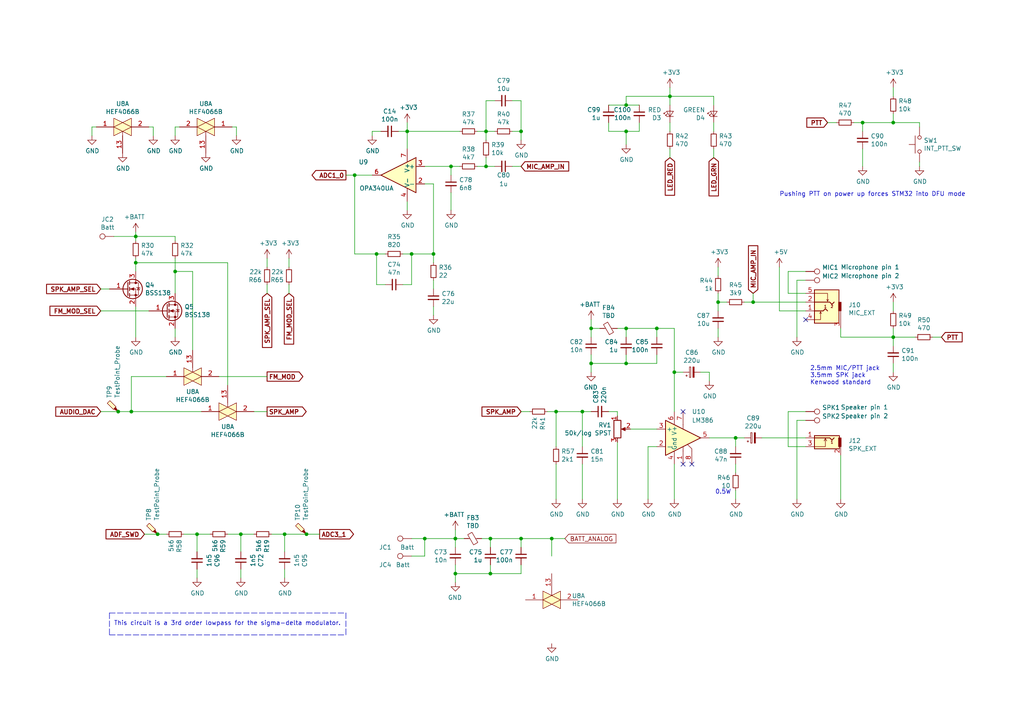
<source format=kicad_sch>
(kicad_sch (version 20211123) (generator eeschema)
  (paper "A4")
  (title_block (title "Audio") (comment 3 "Author: DB9MAT Mathis, SO3ALG Nikoloz, SP5WWP Wojciech") (comment 4 "TR-9 Open Source Digital Radio"))
  (junction (at 171.45 95.25))
  (junction (at 69.85 154.94))
  (junction (at 50.8 78.74))
  (junction (at 218.44 87.63))
  (junction (at 160.02 156.21))
  (junction (at 45.72 154.94))
  (junction (at 190.5 95.25))
  (junction (at 88.9 154.94))
  (junction (at 140.97 48.26))
  (junction (at 259.08 35.56))
  (junction (at 194.31 27.94))
  (junction (at 132.08 156.21))
  (junction (at 39.37 68.58))
  (junction (at 151.13 156.21))
  (junction (at 132.08 166.37))
  (junction (at 38.1 119.38))
  (junction (at 151.13 38.1))
  (junction (at 181.61 95.25))
  (junction (at 250.19 35.56))
  (junction (at 213.36 127))
  (junction (at 181.61 38.1))
  (junction (at 34.29 119.38))
  (junction (at 181.61 30.48))
  (junction (at 142.24 156.21))
  (junction (at 140.97 38.1))
  (junction (at 259.08 97.79))
  (junction (at 161.29 119.38))
  (junction (at 142.24 166.37))
  (junction (at 171.45 105.41))
  (junction (at 123.19 156.21))
  (junction (at 39.37 76.2))
  (junction (at 208.28 87.63))
  (junction (at 125.73 73.66))
  (junction (at 119.38 73.66))
  (junction (at 82.55 154.94))
  (junction (at 109.22 73.66))
  (junction (at 195.58 107.95))
  (junction (at 57.15 154.94))
  (junction (at 181.61 105.41))
  (junction (at 118.11 38.1))
  (junction (at 102.87 50.8))
  (junction (at 168.91 119.38))
  (junction (at 130.81 48.26))
  (no_connect (at 198.12 134.62))
  (no_connect (at 198.12 119.38))
  (no_connect (at 200.66 134.62))
  (no_connect (at 233.68 92.71))
  (wire (pts (xy 77.47 82.55) (xy 77.47 85.09)))
  (wire (pts (xy 57.15 165.1) (xy 57.15 167.64)))
  (wire (pts (xy 259.08 35.56) (xy 266.7 35.56)))
  (wire (pts (xy 138.43 38.1) (xy 140.97 38.1)))
  (wire (pts (xy 243.84 95.25) (xy 243.84 97.79)))
  (wire (pts (xy 39.37 76.2) (xy 39.37 74.93)))
  (wire (pts (xy 158.75 119.38) (xy 161.29 119.38)))
  (wire (pts (xy 123.19 53.34) (xy 125.73 53.34)))
  (wire (pts (xy 140.97 38.1) (xy 140.97 40.64)))
  (wire (pts (xy 195.58 107.95) (xy 198.12 107.95)))
  (wire (pts (xy 187.96 129.54) (xy 187.96 144.78)))
  (wire (pts (xy 132.08 166.37) (xy 132.08 168.91)))
  (wire (pts (xy 43.18 90.17) (xy 29.21 90.17)))
  (wire (pts (xy 181.61 95.25) (xy 190.5 95.25)))
  (wire (pts (xy 220.98 127) (xy 233.68 127)))
  (wire (pts (xy 194.31 27.94) (xy 207.01 27.94)))
  (wire (pts (xy 213.36 142.24) (xy 213.36 144.78)))
  (wire (pts (xy 151.13 119.38) (xy 153.67 119.38)))
  (wire (pts (xy 57.15 154.94) (xy 60.96 154.94)))
  (wire (pts (xy 82.55 154.94) (xy 82.55 160.02)))
  (wire (pts (xy 231.14 81.28) (xy 231.14 97.79)))
  (wire (pts (xy 205.74 127) (xy 213.36 127)))
  (wire (pts (xy 179.07 128.27) (xy 179.07 144.78)))
  (wire (pts (xy 39.37 69.85) (xy 39.37 68.58)))
  (wire (pts (xy 50.8 97.79) (xy 50.8 95.25)))
  (wire (pts (xy 228.6 85.09) (xy 233.68 85.09)))
  (wire (pts (xy 142.24 166.37) (xy 132.08 166.37)))
  (wire (pts (xy 194.31 25.4) (xy 194.31 27.94)))
  (wire (pts (xy 38.1 119.38) (xy 58.42 119.38)))
  (wire (pts (xy 194.31 35.56) (xy 194.31 38.1)))
  (wire (pts (xy 39.37 78.74) (xy 39.37 76.2)))
  (wire (pts (xy 133.35 38.1) (xy 118.11 38.1)))
  (wire (pts (xy 208.28 87.63) (xy 208.28 90.17)))
  (polyline (pts (xy 31.75 184.15) (xy 100.33 184.15)))
  (wire (pts (xy 107.95 38.1) (xy 107.95 39.37)))
  (wire (pts (xy 160.02 156.21) (xy 160.02 161.29)))
  (wire (pts (xy 78.74 154.94) (xy 82.55 154.94)))
  (wire (pts (xy 148.59 48.26) (xy 151.13 48.26)))
  (wire (pts (xy 50.8 68.58) (xy 50.8 69.85)))
  (wire (pts (xy 181.61 41.91) (xy 181.61 38.1)))
  (wire (pts (xy 228.6 78.74) (xy 233.68 78.74)))
  (wire (pts (xy 119.38 82.55) (xy 119.38 73.66)))
  (wire (pts (xy 243.84 97.79) (xy 259.08 97.79)))
  (wire (pts (xy 50.8 39.37) (xy 50.8 36.83)))
  (wire (pts (xy 168.91 119.38) (xy 168.91 129.54)))
  (wire (pts (xy 83.82 77.47) (xy 83.82 74.93)))
  (wire (pts (xy 26.67 39.37) (xy 26.67 36.83)))
  (wire (pts (xy 259.08 35.56) (xy 259.08 33.02)))
  (wire (pts (xy 213.36 134.62) (xy 213.36 137.16)))
  (wire (pts (xy 207.01 43.18) (xy 207.01 45.72)))
  (wire (pts (xy 168.91 134.62) (xy 168.91 144.78)))
  (wire (pts (xy 45.72 154.94) (xy 48.26 154.94)))
  (wire (pts (xy 118.11 38.1) (xy 118.11 43.18)))
  (wire (pts (xy 151.13 156.21) (xy 151.13 158.75)))
  (wire (pts (xy 190.5 102.87) (xy 190.5 105.41)))
  (wire (pts (xy 142.24 156.21) (xy 142.24 158.75)))
  (wire (pts (xy 181.61 38.1) (xy 176.53 38.1)))
  (wire (pts (xy 190.5 95.25) (xy 195.58 95.25)))
  (polyline (pts (xy 100.33 177.8) (xy 100.33 184.15)))
  (wire (pts (xy 43.18 36.83) (xy 44.45 36.83)))
  (wire (pts (xy 194.31 27.94) (xy 194.31 30.48)))
  (wire (pts (xy 207.01 27.94) (xy 207.01 30.48)))
  (wire (pts (xy 39.37 68.58) (xy 50.8 68.58)))
  (wire (pts (xy 266.7 46.99) (xy 266.7 48.26)))
  (wire (pts (xy 151.13 38.1) (xy 151.13 40.64)))
  (wire (pts (xy 161.29 119.38) (xy 168.91 119.38)))
  (wire (pts (xy 116.84 73.66) (xy 119.38 73.66)))
  (wire (pts (xy 125.73 73.66) (xy 125.73 76.2)))
  (wire (pts (xy 176.53 30.48) (xy 181.61 30.48)))
  (wire (pts (xy 57.15 154.94) (xy 57.15 160.02)))
  (wire (pts (xy 259.08 87.63) (xy 259.08 90.17)))
  (polyline (pts (xy 31.75 177.8) (xy 31.75 184.15)))
  (wire (pts (xy 176.53 119.38) (xy 179.07 119.38)))
  (wire (pts (xy 190.5 105.41) (xy 181.61 105.41)))
  (wire (pts (xy 69.85 154.94) (xy 73.66 154.94)))
  (wire (pts (xy 39.37 68.58) (xy 39.37 67.31)))
  (wire (pts (xy 118.11 58.42) (xy 118.11 60.96)))
  (wire (pts (xy 118.11 38.1) (xy 118.11 35.56)))
  (wire (pts (xy 132.08 156.21) (xy 132.08 153.67)))
  (wire (pts (xy 77.47 109.22) (xy 63.5 109.22)))
  (wire (pts (xy 143.51 29.21) (xy 140.97 29.21)))
  (wire (pts (xy 143.51 38.1) (xy 140.97 38.1)))
  (wire (pts (xy 243.84 132.08) (xy 243.84 144.78)))
  (wire (pts (xy 233.68 121.92) (xy 231.14 121.92)))
  (wire (pts (xy 208.28 85.09) (xy 208.28 87.63)))
  (wire (pts (xy 109.22 82.55) (xy 109.22 73.66)))
  (wire (pts (xy 138.43 48.26) (xy 140.97 48.26)))
  (wire (pts (xy 259.08 97.79) (xy 265.43 97.79)))
  (wire (pts (xy 29.21 119.38) (xy 34.29 119.38)))
  (wire (pts (xy 130.81 55.88) (xy 130.81 60.96)))
  (wire (pts (xy 142.24 156.21) (xy 151.13 156.21)))
  (wire (pts (xy 151.13 156.21) (xy 160.02 156.21)))
  (wire (pts (xy 140.97 48.26) (xy 140.97 45.72)))
  (wire (pts (xy 140.97 29.21) (xy 140.97 38.1)))
  (wire (pts (xy 132.08 156.21) (xy 132.08 158.75)))
  (wire (pts (xy 38.1 109.22) (xy 38.1 119.38)))
  (wire (pts (xy 134.62 156.21) (xy 132.08 156.21)))
  (wire (pts (xy 226.06 90.17) (xy 226.06 77.47)))
  (wire (pts (xy 228.6 129.54) (xy 228.6 119.38)))
  (wire (pts (xy 171.45 95.25) (xy 171.45 97.79)))
  (wire (pts (xy 130.81 48.26) (xy 133.35 48.26)))
  (wire (pts (xy 171.45 105.41) (xy 171.45 107.95)))
  (wire (pts (xy 194.31 27.94) (xy 181.61 27.94)))
  (wire (pts (xy 218.44 87.63) (xy 215.9 87.63)))
  (wire (pts (xy 130.81 48.26) (xy 130.81 50.8)))
  (wire (pts (xy 176.53 38.1) (xy 176.53 35.56)))
  (wire (pts (xy 161.29 134.62) (xy 161.29 144.78)))
  (wire (pts (xy 179.07 95.25) (xy 181.61 95.25)))
  (wire (pts (xy 195.58 95.25) (xy 195.58 107.95)))
  (wire (pts (xy 208.28 77.47) (xy 208.28 80.01)))
  (wire (pts (xy 171.45 95.25) (xy 171.45 92.71)))
  (wire (pts (xy 119.38 156.21) (xy 123.19 156.21)))
  (wire (pts (xy 203.2 107.95) (xy 205.74 107.95)))
  (wire (pts (xy 140.97 48.26) (xy 143.51 48.26)))
  (wire (pts (xy 195.58 107.95) (xy 195.58 119.38)))
  (wire (pts (xy 139.7 156.21) (xy 142.24 156.21)))
  (wire (pts (xy 67.31 36.83) (xy 68.58 36.83)))
  (wire (pts (xy 208.28 95.25) (xy 208.28 97.79)))
  (wire (pts (xy 250.19 35.56) (xy 250.19 38.1)))
  (wire (pts (xy 69.85 165.1) (xy 69.85 167.64)))
  (wire (pts (xy 41.91 154.94) (xy 45.72 154.94)))
  (wire (pts (xy 50.8 74.93) (xy 50.8 78.74)))
  (wire (pts (xy 182.88 124.46) (xy 190.5 124.46)))
  (wire (pts (xy 233.68 81.28) (xy 231.14 81.28)))
  (wire (pts (xy 55.88 78.74) (xy 50.8 78.74)))
  (wire (pts (xy 259.08 105.41) (xy 259.08 107.95)))
  (wire (pts (xy 123.19 48.26) (xy 130.81 48.26)))
  (wire (pts (xy 208.28 87.63) (xy 210.82 87.63)))
  (wire (pts (xy 53.34 154.94) (xy 57.15 154.94)))
  (wire (pts (xy 228.6 119.38) (xy 233.68 119.38)))
  (wire (pts (xy 213.36 127) (xy 213.36 129.54)))
  (wire (pts (xy 100.33 50.8) (xy 102.87 50.8)))
  (wire (pts (xy 226.06 90.17) (xy 233.68 90.17)))
  (wire (pts (xy 50.8 36.83) (xy 52.07 36.83)))
  (wire (pts (xy 190.5 95.25) (xy 190.5 97.79)))
  (wire (pts (xy 151.13 38.1) (xy 148.59 38.1)))
  (wire (pts (xy 102.87 73.66) (xy 109.22 73.66)))
  (wire (pts (xy 205.74 107.95) (xy 205.74 110.49)))
  (wire (pts (xy 181.61 95.25) (xy 181.61 97.79)))
  (wire (pts (xy 125.73 81.28) (xy 125.73 83.82)))
  (wire (pts (xy 151.13 163.83) (xy 151.13 166.37)))
  (wire (pts (xy 125.73 53.34) (xy 125.73 73.66)))
  (wire (pts (xy 242.57 35.56) (xy 240.03 35.56)))
  (wire (pts (xy 151.13 29.21) (xy 151.13 38.1)))
  (wire (pts (xy 215.9 127) (xy 213.36 127)))
  (wire (pts (xy 55.88 78.74) (xy 55.88 101.6)))
  (polyline (pts (xy 31.75 177.8) (xy 100.33 177.8)))
  (wire (pts (xy 66.04 154.94) (xy 69.85 154.94)))
  (wire (pts (xy 39.37 68.58) (xy 33.02 68.58)))
  (wire (pts (xy 171.45 105.41) (xy 171.45 102.87)))
  (wire (pts (xy 102.87 50.8) (xy 102.87 73.66)))
  (wire (pts (xy 194.31 43.18) (xy 194.31 45.72)))
  (wire (pts (xy 69.85 154.94) (xy 69.85 160.02)))
  (wire (pts (xy 259.08 35.56) (xy 250.19 35.56)))
  (wire (pts (xy 185.42 35.56) (xy 185.42 38.1)))
  (wire (pts (xy 68.58 36.83) (xy 68.58 39.37)))
  (wire (pts (xy 190.5 129.54) (xy 187.96 129.54)))
  (wire (pts (xy 77.47 74.93) (xy 77.47 77.47)))
  (wire (pts (xy 181.61 105.41) (xy 171.45 105.41)))
  (wire (pts (xy 107.95 50.8) (xy 102.87 50.8)))
  (wire (pts (xy 231.14 121.92) (xy 231.14 144.78)))
  (wire (pts (xy 83.82 85.09) (xy 83.82 82.55)))
  (wire (pts (xy 259.08 97.79) (xy 259.08 100.33)))
  (wire (pts (xy 50.8 78.74) (xy 50.8 85.09)))
  (wire (pts (xy 259.08 25.4) (xy 259.08 27.94)))
  (wire (pts (xy 142.24 166.37) (xy 142.24 163.83)))
  (wire (pts (xy 207.01 35.56) (xy 207.01 38.1)))
  (wire (pts (xy 218.44 87.63) (xy 233.68 87.63)))
  (wire (pts (xy 82.55 165.1) (xy 82.55 167.64)))
  (wire (pts (xy 181.61 105.41) (xy 181.61 102.87)))
  (wire (pts (xy 171.45 119.38) (xy 168.91 119.38)))
  (wire (pts (xy 218.44 87.63) (xy 218.44 85.09)))
  (wire (pts (xy 123.19 161.29) (xy 123.19 156.21)))
  (wire (pts (xy 44.45 36.83) (xy 44.45 39.37)))
  (wire (pts (xy 123.19 156.21) (xy 132.08 156.21)))
  (wire (pts (xy 39.37 76.2) (xy 66.04 76.2)))
  (wire (pts (xy 250.19 43.18) (xy 250.19 48.26)))
  (wire (pts (xy 195.58 134.62) (xy 195.58 144.78)))
  (wire (pts (xy 82.55 154.94) (xy 88.9 154.94)))
  (wire (pts (xy 66.04 76.2) (xy 66.04 111.76)))
  (wire (pts (xy 88.9 154.94) (xy 92.71 154.94)))
  (wire (pts (xy 39.37 97.79) (xy 39.37 88.9)))
  (wire (pts (xy 132.08 166.37) (xy 132.08 163.83)))
  (wire (pts (xy 266.7 36.83) (xy 266.7 35.56)))
  (wire (pts (xy 34.29 119.38) (xy 38.1 119.38)))
  (wire (pts (xy 77.47 119.38) (xy 73.66 119.38)))
  (wire (pts (xy 179.07 120.65) (xy 179.07 119.38)))
  (wire (pts (xy 111.76 82.55) (xy 109.22 82.55)))
  (wire (pts (xy 185.42 38.1) (xy 181.61 38.1)))
  (wire (pts (xy 110.49 38.1) (xy 107.95 38.1)))
  (wire (pts (xy 151.13 166.37) (xy 142.24 166.37)))
  (wire (pts (xy 233.68 129.54) (xy 228.6 129.54)))
  (wire (pts (xy 125.73 88.9) (xy 125.73 91.44)))
  (wire (pts (xy 115.57 38.1) (xy 118.11 38.1)))
  (wire (pts (xy 148.59 29.21) (xy 151.13 29.21)))
  (wire (pts (xy 270.51 97.79) (xy 273.05 97.79)))
  (wire (pts (xy 116.84 82.55) (xy 119.38 82.55)))
  (wire (pts (xy 119.38 161.29) (xy 123.19 161.29)))
  (wire (pts (xy 259.08 95.25) (xy 259.08 97.79)))
  (wire (pts (xy 173.99 95.25) (xy 171.45 95.25)))
  (wire (pts (xy 228.6 85.09) (xy 228.6 78.74)))
  (wire (pts (xy 38.1 109.22) (xy 48.26 109.22)))
  (wire (pts (xy 31.75 83.82) (xy 29.21 83.82)))
  (wire (pts (xy 163.83 156.21) (xy 160.02 156.21)))
  (wire (pts (xy 181.61 27.94) (xy 181.61 30.48)))
  (wire (pts (xy 161.29 119.38) (xy 161.29 129.54)))
  (wire (pts (xy 26.67 36.83) (xy 27.94 36.83)))
  (wire (pts (xy 181.61 30.48) (xy 185.42 30.48)))
  (wire (pts (xy 119.38 73.66) (xy 125.73 73.66)))
  (wire (pts (xy 109.22 73.66) (xy 111.76 73.66)))
  (wire (pts (xy 247.65 35.56) (xy 250.19 35.56)))
  (text "This circuit is a 3rd order lowpass for the sigma-delta modulator." (at 33.02 181.61 0) (effects (font (size 1.27 1.27)) (justify left bottom)))
  (text "2.5mm MIC/PTT jack\n3.5mm SPK jack\nKenwood standard" (at 234.95 111.76 0) (effects (font (size 1.27 1.27)) (justify left bottom)))
  (text "Pushing PTT on power up forces STM32 into DFU mode" (at 226.06 57.15 0) (effects (font (size 1.27 1.27)) (justify left bottom)))
  (text "0.5W" (at 212.09 143.51 180) (effects (font (size 1.27 1.27)) (justify right bottom)))
  (global_label "LED_GRN" (shape input) (at 207.01 45.72 270) (effects (font (thickness 0.254) bold)) (property "Intersheet References" "${INTERSHEET_REFS}" (effects hide)))
  (global_label "SPK_AMP" (shape output) (at 77.47 119.38 0) (effects (font (thickness 0.254) bold)) (property "Intersheet References" "${INTERSHEET_REFS}" (effects hide)))
  (global_label "BATT_ANALOG" (shape input) (at 163.83 156.21 0) (property "Intersheet References" "${INTERSHEET_REFS}" (effects hide)))
  (global_label "SPK_AMP" (shape input) (at 151.13 119.38 180) (effects (font (thickness 0.254) bold)) (property "Intersheet References" "${INTERSHEET_REFS}" (effects hide)))
  (global_label "ADF_SWD" (shape input) (at 41.91 154.94 180) (effects (font (thickness 0.254) bold)) (property "Intersheet References" "${INTERSHEET_REFS}" (effects hide)))
  (global_label "FM_MOD_SEL" (shape input) (at 29.21 90.17 180) (effects (font (thickness 0.254) bold)) (property "Intersheet References" "${INTERSHEET_REFS}" (effects hide)))
  (global_label "PTT" (shape input) (at 273.05 97.79 0) (effects (font (thickness 0.254) bold)) (property "Intersheet References" "${INTERSHEET_REFS}" (effects hide)))
  (global_label "MIC_AMP_IN" (shape input) (at 151.13 48.26 0) (effects (font (thickness 0.254) bold)) (property "Intersheet References" "${INTERSHEET_REFS}" (effects hide)))
  (global_label "FM_MOD_SEL" (shape input) (at 83.82 85.09 270) (effects (font (thickness 0.254) bold)) (property "Intersheet References" "${INTERSHEET_REFS}" (effects hide)))
  (global_label "FM_MOD" (shape output) (at 77.47 109.22 0) (effects (font (thickness 0.254) bold)) (property "Intersheet References" "${INTERSHEET_REFS}" (effects hide)))
  (global_label "AUDIO_DAC" (shape input) (at 29.21 119.38 180) (effects (font (thickness 0.254) bold)) (property "Intersheet References" "${INTERSHEET_REFS}" (effects hide)))
  (global_label "LED_RED" (shape input) (at 194.31 45.72 270) (effects (font (thickness 0.254) bold)) (property "Intersheet References" "${INTERSHEET_REFS}" (effects hide)))
  (global_label "ADC3_1" (shape output) (at 92.71 154.94 0) (effects (font (thickness 0.254) bold)) (property "Intersheet References" "${INTERSHEET_REFS}" (effects hide)))
  (global_label "PTT" (shape input) (at 240.03 35.56 180) (effects (font (thickness 0.254) bold)) (property "Intersheet References" "${INTERSHEET_REFS}" (effects hide)))
  (global_label "SPK_AMP_SEL" (shape input) (at 77.47 85.09 270) (effects (font (thickness 0.254) bold)) (property "Intersheet References" "${INTERSHEET_REFS}" (effects hide)))
  (global_label "SPK_AMP_SEL" (shape input) (at 29.21 83.82 180) (effects (font (thickness 0.254) bold)) (property "Intersheet References" "${INTERSHEET_REFS}" (effects hide)))
  (global_label "ADC1_0" (shape output) (at 100.33 50.8 180) (effects (font (thickness 0.254) bold)) (property "Intersheet References" "${INTERSHEET_REFS}" (effects hide)))
  (global_label "MIC_AMP_IN" (shape input) (at 218.44 85.09 90) (effects (font (thickness 0.254) bold)) (property "Intersheet References" "${INTERSHEET_REFS}" (effects hide)))
  (symbol (lib_id "Mainboard-rescue:R_Small-device") (at 245.11 35.56 270) (unit 1)
    (property "Reference" "R47" (at 245.11 30.5816 90))
    (property "Value" "470" (at 245.11 32.893 90))
    (property "Footprint" "Resistor_SMD:R_0603_1608Metric" (effects hide))
    (property "Power" "0.125" (effects hide))
    (property "Tolerance" "5" (effects hide))
  )
  (symbol (lib_id "Mainboard-rescue:Audio-Jack-2_Switch-conn") (at 238.76 129.54 0) (mirror y) (unit 1)
    (property "Reference" "J12" (at 246.0752 127.8128 0) (effects (justify right)))
    (property "Value" "SPK_EXT" (at 246.0752 130.1242 0) (effects (justify right)))
    (property "Footprint" "TR-9:SPK_EXT" (effects hide))
  )
  (symbol (lib_id "Mainboard-rescue:Audio-Jack-3_2Switches-conn") (at 238.76 90.17 0) (mirror y) (unit 1)
    (property "Reference" "J10" (at 246.0752 88.4428 0) (effects (justify right)))
    (property "Value" "MIC_EXT" (at 246.0752 90.7542 0) (effects (justify right)))
    (property "Footprint" "TR-9:MIC_EXT" (effects hide))
  )
  (symbol (lib_id "power:+5V") (at 226.06 77.47 0) (unit 1)
    (property "Reference" "#PWR0144" (effects hide))
    (property "Value" "+5V" (at 226.441 73.0758 0))
  )
  (symbol (lib_id "Mainboard-rescue:OPA340UA-linear") (at 115.57 50.8 0) (mirror y) (unit 1)
    (property "Reference" "U9" (at 105.41 46.99 0))
    (property "Value" "OPA340UA" (at 109.22 54.61 0))
    (property "Footprint" "Package_SO:SO-8_3.9x4.9mm_P1.27mm" (effects hide))
    (property "Datasheet" "http://www.ti.com/lit/ds/symlink/opa340.pdf" (effects hide))
  )
  (symbol (lib_id "Mainboard-rescue:C_Small-device") (at 130.81 53.34 0) (unit 1)
    (property "Reference" "C78" (at 133.1468 52.1716 0) (effects (justify left)))
    (property "Value" "6n8" (at 133.1468 54.483 0) (effects (justify left)))
    (property "Footprint" "Capacitor_SMD:C_0603_1608Metric" (effects hide))
    (property "Voltage" "50" (effects hide))
    (property "TempCoef" "X7R" (effects hide))
    (property "Tolerance" "10" (effects hide))
  )
  (symbol (lib_id "Mainboard-rescue:R_Small-device") (at 135.89 48.26 270) (unit 1)
    (property "Reference" "R38" (at 135.89 43.2816 90))
    (property "Value" "4k7" (at 135.89 45.593 90))
    (property "Footprint" "Resistor_SMD:R_0603_1608Metric" (effects hide))
    (property "Power" "0.125" (effects hide))
    (property "Tolerance" "5" (effects hide))
  )
  (symbol (lib_id "Mainboard-rescue:R_Small-device") (at 140.97 43.18 180) (unit 1)
    (property "Reference" "R39" (at 142.4686 42.0116 0) (effects (justify right)))
    (property "Value" "10k" (at 142.4686 44.323 0) (effects (justify right)))
    (property "Footprint" "Resistor_SMD:R_0603_1608Metric" (effects hide))
    (property "Power" "0.125" (effects hide))
    (property "Tolerance" "5" (effects hide))
  )
  (symbol (lib_id "Mainboard-rescue:C_Small-device") (at 146.05 48.26 270) (unit 1)
    (property "Reference" "C80" (at 146.05 50.8 90))
    (property "Value" "1u" (at 146.05 53.34 90))
    (property "Footprint" "Capacitor_SMD:C_0603_1608Metric" (effects hide))
    (property "Voltage" "50" (effects hide))
    (property "TempCoef" "X7R" (effects hide))
    (property "Tolerance" "10" (effects hide))
  )
  (symbol (lib_id "Mainboard-rescue:R_Small-device") (at 146.05 38.1 270) (unit 1)
    (property "Reference" "R40" (at 146.05 33.1216 90))
    (property "Value" "47k" (at 146.05 35.433 90))
    (property "Footprint" "Resistor_SMD:R_0603_1608Metric" (effects hide))
    (property "Power" "0.125" (effects hide))
    (property "Tolerance" "5" (effects hide))
  )
  (symbol (lib_id "Mainboard-rescue:C_Small-device") (at 146.05 29.21 270) (unit 1)
    (property "Reference" "C79" (at 146.05 23.3934 90))
    (property "Value" "10u" (at 146.05 25.7048 90))
    (property "Footprint" "Capacitor_SMD:C_0603_1608Metric" (effects hide))
    (property "Voltage" "10" (effects hide))
    (property "TempCoef" "X7R" (effects hide))
    (property "Tolerance" "10" (effects hide))
  )
  (symbol (lib_id "power:GND") (at 151.13 40.64 0) (unit 1)
    (property "Reference" "#PWR0131" (effects hide))
    (property "Value" "GND" (at 151.257 45.0342 0))
  )
  (symbol (lib_id "Mainboard-rescue:R_Small-device") (at 135.89 38.1 270) (unit 1)
    (property "Reference" "R37" (at 135.89 33.1216 90))
    (property "Value" "47k" (at 135.89 35.433 90))
    (property "Footprint" "Resistor_SMD:R_0603_1608Metric" (effects hide))
    (property "Power" "0.125" (effects hide))
    (property "Tolerance" "5" (effects hide))
  )
  (symbol (lib_id "power:+3V3") (at 118.11 35.56 0) (unit 1)
    (property "Reference" "#PWR0125" (effects hide))
    (property "Value" "+3V3" (at 118.491 31.1658 0))
  )
  (symbol (lib_id "power:GND") (at 118.11 60.96 0) (unit 1)
    (property "Reference" "#PWR0126" (effects hide))
    (property "Value" "GND" (at 118.237 65.3542 0))
  )
  (symbol (lib_id "Mainboard-rescue:R_Small-device") (at 114.3 73.66 270) (unit 1)
    (property "Reference" "R35" (at 114.3 68.6816 90))
    (property "Value" "820" (at 114.3 70.993 90))
    (property "Footprint" "Resistor_SMD:R_0603_1608Metric" (effects hide))
    (property "Power" "0.125" (effects hide))
    (property "Tolerance" "5" (effects hide))
  )
  (symbol (lib_id "Mainboard-rescue:R_Small-device") (at 125.73 78.74 0) (unit 1)
    (property "Reference" "R36" (at 127.2286 77.5716 0) (effects (justify left)))
    (property "Value" "22" (at 127.2286 79.883 0) (effects (justify left)))
    (property "Footprint" "Resistor_SMD:R_0603_1608Metric" (effects hide))
    (property "Power" "0.125" (effects hide))
    (property "Tolerance" "5" (effects hide))
  )
  (symbol (lib_id "Mainboard-rescue:C_Small-device") (at 125.73 86.36 0) (unit 1)
    (property "Reference" "C76" (at 128.0668 85.1916 0) (effects (justify left)))
    (property "Value" "22u" (at 128.0668 87.503 0) (effects (justify left)))
    (property "Footprint" "Capacitor_SMD:C_0603_1608Metric" (effects hide))
    (property "Voltage" "10" (effects hide))
    (property "TempCoef" "X7R" (effects hide))
    (property "Tolerance" "10" (effects hide))
  )
  (symbol (lib_id "power:GND") (at 125.73 91.44 0) (unit 1)
    (property "Reference" "#PWR0128" (effects hide))
    (property "Value" "GND" (at 125.857 95.8342 0))
  )
  (symbol (lib_id "power:GND") (at 130.81 60.96 0) (unit 1)
    (property "Reference" "#PWR0129" (effects hide))
    (property "Value" "GND" (at 130.937 65.3542 0))
  )
  (symbol (lib_id "Mainboard-rescue:R_Small-device") (at 213.36 87.63 270) (unit 1)
    (property "Reference" "R45" (at 213.36 82.6516 90))
    (property "Value" "3k9" (at 213.36 84.963 90))
    (property "Footprint" "Resistor_SMD:R_0603_1608Metric" (effects hide))
    (property "Power" "0.125" (effects hide))
    (property "Tolerance" "5" (effects hide))
  )
  (symbol (lib_id "Mainboard-rescue:R_Small-device") (at 208.28 82.55 0) (mirror x) (unit 1)
    (property "Reference" "R44" (at 206.8068 81.3816 0) (effects (justify right)))
    (property "Value" "1k" (at 206.8068 83.693 0) (effects (justify right)))
    (property "Footprint" "Resistor_SMD:R_0603_1608Metric" (effects hide))
    (property "Power" "0.125" (effects hide))
    (property "Tolerance" "5" (effects hide))
  )
  (symbol (lib_id "power:+3V3") (at 208.28 77.47 0) (unit 1)
    (property "Reference" "#PWR0141" (effects hide))
    (property "Value" "+3V3" (at 208.661 73.0758 0))
  )
  (symbol (lib_id "Mainboard-rescue:C_Small-device") (at 208.28 92.71 0) (mirror x) (unit 1)
    (property "Reference" "C87" (at 205.9432 91.5416 0) (effects (justify right)))
    (property "Value" "10u" (at 205.9432 93.853 0) (effects (justify right)))
    (property "Footprint" "Capacitor_SMD:C_0603_1608Metric" (effects hide))
    (property "Voltage" "10" (effects hide))
    (property "TempCoef" "X7R" (effects hide))
    (property "Tolerance" "10" (effects hide))
  )
  (symbol (lib_id "power:GND") (at 208.28 97.79 0) (unit 1)
    (property "Reference" "#PWR0142" (effects hide))
    (property "Value" "GND" (at 208.407 102.1842 0))
  )
  (symbol (lib_id "Mainboard-rescue:R_Small-device") (at 259.08 30.48 0) (unit 1)
    (property "Reference" "R48" (at 260.5786 29.3116 0) (effects (justify left)))
    (property "Value" "10k" (at 260.5786 31.623 0) (effects (justify left)))
    (property "Footprint" "Resistor_SMD:R_0603_1608Metric" (effects hide))
    (property "Power" "0.125" (effects hide))
    (property "Tolerance" "5" (effects hide))
  )
  (symbol (lib_id "power:+3V3") (at 259.08 25.4 0) (unit 1)
    (property "Reference" "#PWR0149" (effects hide))
    (property "Value" "+3V3" (at 259.461 21.0058 0))
  )
  (symbol (lib_id "power:GND") (at 266.7 48.26 0) (unit 1)
    (property "Reference" "#PWR0150" (effects hide))
    (property "Value" "GND" (at 266.827 52.6542 0))
  )
  (symbol (lib_id "Mainboard-rescue:C_Small-device") (at 250.19 40.64 180) (unit 1)
    (property "Reference" "C90" (at 252.5268 39.4716 0) (effects (justify right)))
    (property "Value" "100n" (at 252.5268 41.783 0) (effects (justify right)))
    (property "Footprint" "Capacitor_SMD:C_0603_1608Metric" (effects hide))
    (property "Voltage" "50" (effects hide))
    (property "Tolerance" "10" (effects hide))
    (property "TempCoef" "X7R" (effects hide))
  )
  (symbol (lib_id "power:GND") (at 250.19 48.26 0) (unit 1)
    (property "Reference" "#PWR0148" (effects hide))
    (property "Value" "GND" (at 250.317 52.6542 0))
  )
  (symbol (lib_id "power:GND") (at 231.14 97.79 0) (unit 1)
    (property "Reference" "#PWR0145" (effects hide))
    (property "Value" "GND" (at 231.267 102.1842 0))
  )
  (symbol (lib_id "Mainboard-rescue:R_Small-device") (at 259.08 92.71 0) (unit 1)
    (property "Reference" "R49" (at 260.5786 91.5416 0) (effects (justify left)))
    (property "Value" "10k" (at 260.5786 93.853 0) (effects (justify left)))
    (property "Footprint" "Resistor_SMD:R_0603_1608Metric" (effects hide))
    (property "Power" "0.125" (effects hide))
    (property "Tolerance" "5" (effects hide))
  )
  (symbol (lib_id "power:+3V3") (at 259.08 87.63 0) (unit 1)
    (property "Reference" "#PWR0151" (effects hide))
    (property "Value" "+3V3" (at 259.461 83.2358 0))
  )
  (symbol (lib_id "Mainboard-rescue:C_Small-device") (at 259.08 102.87 180) (unit 1)
    (property "Reference" "C91" (at 261.4168 101.7016 0) (effects (justify right)))
    (property "Value" "100n" (at 261.4168 104.013 0) (effects (justify right)))
    (property "Footprint" "Capacitor_SMD:C_0603_1608Metric" (effects hide))
    (property "Voltage" "50" (effects hide))
    (property "Tolerance" "10" (effects hide))
    (property "TempCoef" "X7R" (effects hide))
  )
  (symbol (lib_id "power:GND") (at 259.08 107.95 0) (unit 1)
    (property "Reference" "#PWR0152" (effects hide))
    (property "Value" "GND" (at 259.207 112.3442 0))
  )
  (symbol (lib_id "Mainboard-rescue:R_Small-device") (at 267.97 97.79 270) (unit 1)
    (property "Reference" "R50" (at 267.97 92.8116 90))
    (property "Value" "470" (at 267.97 95.123 90))
    (property "Footprint" "Resistor_SMD:R_0603_1608Metric" (effects hide))
    (property "Power" "0.125" (effects hide))
    (property "Tolerance" "5" (effects hide))
  )
  (symbol (lib_id "power:+BATT") (at 171.45 92.71 0) (mirror y) (unit 1)
    (property "Reference" "#PWR0134" (effects hide))
    (property "Value" "+BATT" (at 171.069 88.3158 0))
  )
  (symbol (lib_id "Mainboard-rescue:Ferrite_Bead_Small-device") (at 176.53 95.25 90) (mirror x) (unit 1)
    (property "Reference" "FB4" (at 176.53 89.2302 90))
    (property "Value" "TBD" (at 176.53 91.5416 90))
    (property "Footprint" "Inductor_SMD:L_0603_1608Metric" (effects hide))
  )
  (symbol (lib_id "Mainboard-rescue:C_Small-device") (at 171.45 100.33 0) (mirror y) (unit 1)
    (property "Reference" "C82" (at 169.1132 99.1616 0) (effects (justify left)))
    (property "Value" "10n" (at 169.1132 101.473 0) (effects (justify left)))
    (property "Footprint" "Capacitor_SMD:C_0603_1608Metric" (effects hide))
    (property "Tolerance" "10" (effects hide))
    (property "Voltage" "50" (effects hide))
    (property "TempCoef" "X7R" (effects hide))
  )
  (symbol (lib_id "Mainboard-rescue:C_Small-device") (at 181.61 100.33 0) (mirror y) (unit 1)
    (property "Reference" "C84" (at 179.2732 99.1616 0) (effects (justify left)))
    (property "Value" "1u" (at 179.2732 101.473 0) (effects (justify left)))
    (property "Footprint" "Capacitor_SMD:C_0603_1608Metric" (effects hide))
    (property "Voltage" "50" (effects hide))
    (property "TempCoef" "X7R" (effects hide))
    (property "Tolerance" "10" (effects hide))
  )
  (symbol (lib_id "Mainboard-rescue:C_Small-device") (at 190.5 100.33 0) (mirror y) (unit 1)
    (property "Reference" "C85" (at 188.1632 99.1616 0) (effects (justify left)))
    (property "Value" "100n" (at 188.1632 101.473 0) (effects (justify left)))
    (property "Footprint" "Capacitor_SMD:C_0603_1608Metric" (effects hide))
    (property "Voltage" "50" (effects hide))
    (property "Tolerance" "10" (effects hide))
    (property "TempCoef" "X7R" (effects hide))
  )
  (symbol (lib_id "power:GND") (at 171.45 107.95 0) (mirror y) (unit 1)
    (property "Reference" "#PWR0135" (effects hide))
    (property "Value" "GND" (at 171.323 112.3442 0))
  )
  (symbol (lib_id "Mainboard-rescue:LED_Small-device") (at 194.31 33.02 90) (unit 1)
    (property "Reference" "D3" (at 191.8208 34.1884 90) (effects (justify left)))
    (property "Value" "RED" (at 191.8208 31.877 90) (effects (justify left)))
    (property "Footprint" "Diode_SMD:D_0603_1608Metric" (effects hide))
  )
  (symbol (lib_id "Mainboard-rescue:LED_Small-device") (at 207.01 33.02 90) (unit 1)
    (property "Reference" "D4" (at 204.5208 34.1884 90) (effects (justify left)))
    (property "Value" "GREEN" (at 204.5208 31.877 90) (effects (justify left)))
    (property "Footprint" "Diode_SMD:D_0603_1608Metric" (effects hide))
  )
  (symbol (lib_id "Mainboard-rescue:R_Small-device") (at 194.31 40.64 0) (unit 1)
    (property "Reference" "R42" (at 195.8086 39.4716 0) (effects (justify left)))
    (property "Value" "470" (at 195.8086 41.783 0) (effects (justify left)))
    (property "Footprint" "Resistor_SMD:R_0603_1608Metric" (effects hide))
    (property "Power" "0.125" (effects hide))
    (property "Tolerance" "5" (effects hide))
  )
  (symbol (lib_id "Mainboard-rescue:R_Small-device") (at 207.01 40.64 0) (unit 1)
    (property "Reference" "R43" (at 208.5086 39.4716 0) (effects (justify left)))
    (property "Value" "470" (at 208.5086 41.783 0) (effects (justify left)))
    (property "Footprint" "Resistor_SMD:R_0603_1608Metric" (effects hide))
    (property "Power" "0.125" (effects hide))
    (property "Tolerance" "5" (effects hide))
  )
  (symbol (lib_id "Mainboard-rescue:C_Small-Device") (at 114.3 82.55 270) (unit 1)
    (property "Reference" "C74" (at 114.3 76.7334 90))
    (property "Value" "47n" (at 114.3 79.0448 90))
    (property "Footprint" "Capacitor_SMD:C_0603_1608Metric" (effects hide))
    (property "Voltage" "50" (effects hide))
    (property "TempCoef" "X7R" (effects hide))
    (property "Tolerance" "10" (effects hide))
  )
  (symbol (lib_id "power:+3V3") (at 194.31 25.4 0) (unit 1)
    (property "Reference" "#PWR0138" (effects hide))
    (property "Value" "+3V3" (at 194.691 21.0058 0))
  )
  (symbol (lib_id "Mainboard-rescue:R_Small-device") (at 156.21 119.38 270) (unit 1)
    (property "Reference" "R41" (at 157.3784 120.8786 0) (effects (justify left)))
    (property "Value" "22k" (at 155.067 120.8786 0) (effects (justify left)))
    (property "Footprint" "Resistor_SMD:R_0603_1608Metric" (effects hide))
    (property "Power" "0.125" (effects hide))
    (property "Tolerance" "5" (effects hide))
  )
  (symbol (lib_id "Mainboard-rescue:R_Small-device") (at 161.29 132.08 0) (unit 1)
    (property "Reference" "R57" (at 162.7886 130.9116 0) (effects (justify left)))
    (property "Value" "2k1" (at 162.7886 133.223 0) (effects (justify left)))
    (property "Footprint" "Resistor_SMD:R_0603_1608Metric" (effects hide))
    (property "Power" "0.125" (effects hide))
    (property "Tolerance" "5" (effects hide))
  )
  (symbol (lib_id "power:GND") (at 161.29 144.78 0) (unit 1)
    (property "Reference" "#PWR0132" (effects hide))
    (property "Value" "GND" (at 161.417 149.1742 0))
  )
  (symbol (lib_id "Mainboard-rescue:C_Small-device") (at 168.91 132.08 0) (unit 1)
    (property "Reference" "C81" (at 171.2468 130.9116 0) (effects (justify left)))
    (property "Value" "15n" (at 171.2468 133.223 0) (effects (justify left)))
    (property "Footprint" "Capacitor_SMD:C_0603_1608Metric" (effects hide))
    (property "Voltage" "50" (effects hide))
    (property "TempCoef" "X7R" (effects hide))
    (property "Tolerance" "10" (effects hide))
  )
  (symbol (lib_id "power:GND") (at 168.91 144.78 0) (unit 1)
    (property "Reference" "#PWR0133" (effects hide))
    (property "Value" "GND" (at 169.037 149.1742 0))
  )
  (symbol (lib_id "Mainboard-rescue:LM386-linear") (at 198.12 127 0) (unit 1)
    (property "Reference" "U10" (at 200.66 119.38 0) (effects (justify left)))
    (property "Value" "LM386" (at 200.66 121.92 0) (effects (justify left)))
    (property "Footprint" "Package_SO:SOIC-8_3.9x4.9mm_P1.27mm" (effects hide))
    (property "Datasheet" "http://www.ti.com/lit/ds/symlink/lm386.pdf" (effects hide))
  )
  (symbol (lib_id "power:GND") (at 187.96 144.78 0) (unit 1)
    (property "Reference" "#PWR0137" (effects hide))
    (property "Value" "GND" (at 188.087 149.1742 0))
  )
  (symbol (lib_id "power:GND") (at 195.58 144.78 0) (unit 1)
    (property "Reference" "#PWR0139" (effects hide))
    (property "Value" "GND" (at 195.707 149.1742 0))
  )
  (symbol (lib_id "Mainboard-rescue:CP_Small-device") (at 200.66 107.95 90) (unit 1)
    (property "Reference" "C86" (at 200.66 102.235 90))
    (property "Value" "220u" (at 200.66 104.5464 90))
    (property "Footprint" "Capacitor_Tantalum_SMD:CP_EIA-7343-31_Kemet-D" (effects hide))
    (property "Partno" "TCJD227M016R0050" (effects hide))
    (property "Tolerance" "10" (effects hide))
    (property "Voltage" "10" (effects hide))
    (property "TempCoef" "ELEC" (effects hide))
  )
  (symbol (lib_id "power:GND") (at 205.74 110.49 0) (unit 1)
    (property "Reference" "#PWR0140" (effects hide))
    (property "Value" "GND" (at 205.867 114.8842 0))
  )
  (symbol (lib_id "Mainboard-rescue:CP_Small-device") (at 218.44 127 90) (unit 1)
    (property "Reference" "C89" (at 218.44 121.285 90))
    (property "Value" "220u" (at 218.44 123.5964 90))
    (property "Footprint" "Capacitor_Tantalum_SMD:CP_EIA-7343-31_Kemet-D" (effects hide))
    (property "Partno" "TCJD227M016R0050" (effects hide))
    (property "Tolerance" "10" (effects hide))
    (property "Voltage" "10" (effects hide))
    (property "TempCoef" "ELEC" (effects hide))
  )
  (symbol (lib_id "power:GND") (at 231.14 144.78 0) (unit 1)
    (property "Reference" "#PWR0146" (effects hide))
    (property "Value" "GND" (at 231.267 149.1742 0))
  )
  (symbol (lib_id "power:GND") (at 243.84 144.78 0) (unit 1)
    (property "Reference" "#PWR0147" (effects hide))
    (property "Value" "GND" (at 243.967 149.1742 0))
  )
  (symbol (lib_id "Mainboard-rescue:C_Small-device") (at 213.36 132.08 0) (mirror x) (unit 1)
    (property "Reference" "C88" (at 211.0232 130.9116 0) (effects (justify right)))
    (property "Value" "47n" (at 211.0232 133.223 0) (effects (justify right)))
    (property "Footprint" "Capacitor_SMD:C_0603_1608Metric" (effects hide))
    (property "Voltage" "50" (effects hide))
    (property "TempCoef" "X7R" (effects hide))
    (property "Tolerance" "10" (effects hide))
  )
  (symbol (lib_id "Mainboard-rescue:R_Small-device") (at 213.36 139.7 0) (mirror x) (unit 1)
    (property "Reference" "R46" (at 211.8868 138.5316 0) (effects (justify right)))
    (property "Value" "10" (at 211.8868 140.843 0) (effects (justify right)))
    (property "Footprint" "Resistor_SMD:R_0603_1608Metric" (effects hide))
    (property "Power" "0.5" (effects hide))
    (property "Tolerance" "5" (effects hide))
  )
  (symbol (lib_id "power:GND") (at 213.36 144.78 0) (unit 1)
    (property "Reference" "#PWR0143" (effects hide))
    (property "Value" "GND" (at 213.487 149.1742 0))
  )
  (symbol (lib_id "power:GND") (at 82.55 167.64 0) (unit 1)
    (property "Reference" "#PWR0121" (effects hide))
    (property "Value" "GND" (at 82.677 172.0342 0))
  )
  (symbol (lib_id "Mainboard-rescue:4066-4xxx") (at 55.88 109.22 0) (unit 1)
    (property "Reference" "U8" (at 55.88 113.6142 0))
    (property "Value" "HEF4066B" (at 55.88 115.9256 0))
    (property "Footprint" "Package_SO:SOIC-14_3.9x8.7mm_P1.27mm" (effects hide))
    (property "Datasheet" "http://www.ti.com/lit/ds/symlink/cd4066b.pdf" (effects hide))
  )
  (symbol (lib_id "Mainboard-rescue:4066-4xxx") (at 66.04 119.38 0) (unit 1)
    (property "Reference" "U8" (at 66.04 123.7742 0))
    (property "Value" "HEF4066B" (at 66.04 126.0856 0))
    (property "Footprint" "Package_SO:SOIC-14_3.9x8.7mm_P1.27mm" (effects hide))
    (property "Datasheet" "http://www.ti.com/lit/ds/symlink/cd4066b.pdf" (effects hide))
  )
  (symbol (lib_id "Mainboard-rescue:4066-4xxx") (at 160.02 173.99 0) (unit 1)
    (property "Reference" "U8" (at 165.862 172.8216 0) (effects (justify left)))
    (property "Value" "HEF4066B" (at 165.862 175.133 0) (effects (justify left)))
    (property "Footprint" "Package_SO:SOIC-14_3.9x8.7mm_P1.27mm" (effects hide))
    (property "Datasheet" "http://www.ti.com/lit/ds/symlink/cd4066b.pdf" (effects hide))
  )
  (symbol (lib_id "Mainboard-rescue:4066-4xxx") (at 35.56 36.83 0) (mirror x) (unit 1)
    (property "Reference" "U8" (at 35.56 30.099 0))
    (property "Value" "HEF4066B" (at 35.56 32.4104 0))
    (property "Footprint" "Package_SO:SOIC-14_3.9x8.7mm_P1.27mm" (effects hide))
    (property "Datasheet" "http://www.ti.com/lit/ds/symlink/cd4066b.pdf" (effects hide))
  )
  (symbol (lib_id "Mainboard-rescue:4066-4xxx") (at 59.69 36.83 180) (unit 1)
    (property "Reference" "U8" (at 59.69 30.099 0))
    (property "Value" "HEF4066B" (at 59.69 32.4104 0))
    (property "Footprint" "Package_SO:SOIC-14_3.9x8.7mm_P1.27mm" (effects hide))
    (property "Datasheet" "http://www.ti.com/lit/ds/symlink/cd4066b.pdf" (effects hide))
  )
  (symbol (lib_id "Mainboard-rescue:R_Small-device") (at 63.5 154.94 270) (unit 1)
    (property "Reference" "R59" (at 64.6684 156.4386 0) (effects (justify left)))
    (property "Value" "5k6" (at 62.357 156.4386 0) (effects (justify left)))
    (property "Footprint" "Resistor_SMD:R_0603_1608Metric" (effects hide))
    (property "Power" "0.125" (effects hide))
    (property "Tolerance" "5" (effects hide))
  )
  (symbol (lib_id "Mainboard-rescue:R_Small-device") (at 50.8 154.94 270) (unit 1)
    (property "Reference" "R58" (at 51.9684 156.4386 0) (effects (justify left)))
    (property "Value" "5k6" (at 49.657 156.4386 0) (effects (justify left)))
    (property "Footprint" "Resistor_SMD:R_0603_1608Metric" (effects hide))
    (property "Power" "0.125" (effects hide))
    (property "Tolerance" "5" (effects hide))
  )
  (symbol (lib_id "Mainboard-rescue:C_Small-Device") (at 82.55 162.56 180) (unit 1)
    (property "Reference" "C95" (at 88.3666 162.56 90))
    (property "Value" "1n5" (at 86.0552 162.56 90))
    (property "Footprint" "Capacitor_SMD:C_0603_1608Metric" (effects hide))
    (property "Voltage" "50" (effects hide))
    (property "TempCoef" "X7R" (effects hide))
    (property "Tolerance" "10" (effects hide))
  )
  (symbol (lib_id "Mainboard-rescue:C_Small-Device") (at 57.15 162.56 180) (unit 1)
    (property "Reference" "C96" (at 62.9666 162.56 90))
    (property "Value" "1n5" (at 60.6552 162.56 90))
    (property "Footprint" "Capacitor_SMD:C_0603_1608Metric" (effects hide))
    (property "Voltage" "50" (effects hide))
    (property "TempCoef" "X7R" (effects hide))
    (property "Tolerance" "10" (effects hide))
  )
  (symbol (lib_id "Mainboard-rescue:R_POT-Device") (at 179.07 124.46 0) (unit 1)
    (property "Reference" "RV1" (at 177.3174 123.2916 0) (effects (justify right)))
    (property "Value" "50k/log SPST" (at 177.3174 125.603 0) (effects (justify right)))
    (property "Footprint" "Connector_PinHeader_1.27mm:PinHeader_1x03_P1.27mm_Vertical" (effects hide))
    (property "Partno" "Alps RK0971111Z32" (effects hide))
  )
  (symbol (lib_id "power:GND") (at 179.07 144.78 0) (unit 1)
    (property "Reference" "#PWR0136" (effects hide))
    (property "Value" "GND" (at 179.197 149.1742 0))
  )
  (symbol (lib_id "Mainboard-rescue:R_Small-device") (at 83.82 80.01 180) (unit 1)
    (property "Reference" "R65" (at 82.3214 81.1784 0) (effects (justify left)))
    (property "Value" "22k" (at 82.3214 78.867 0) (effects (justify left)))
    (property "Footprint" "Resistor_SMD:R_0603_1608Metric" (effects hide))
    (property "Power" "0.125" (effects hide))
    (property "Tolerance" "5" (effects hide))
  )
  (symbol (lib_id "Mainboard-rescue:R_Small-device") (at 77.47 80.01 180) (unit 1)
    (property "Reference" "R66" (at 75.9714 81.1784 0) (effects (justify left)))
    (property "Value" "22k" (at 75.9714 78.867 0) (effects (justify left)))
    (property "Footprint" "Resistor_SMD:R_0603_1608Metric" (effects hide))
    (property "Power" "0.125" (effects hide))
    (property "Tolerance" "5" (effects hide))
  )
  (symbol (lib_id "power:GND") (at 69.85 167.64 0) (unit 1)
    (property "Reference" "#PWR0178" (effects hide))
    (property "Value" "GND" (at 69.977 172.0342 0))
  )
  (symbol (lib_id "power:GND") (at 57.15 167.64 0) (unit 1)
    (property "Reference" "#PWR0175" (effects hide))
    (property "Value" "GND" (at 57.277 172.0342 0))
  )
  (symbol (lib_id "power:+3V3") (at 77.47 74.93 0) (unit 1)
    (property "Reference" "#PWR052" (effects hide))
    (property "Value" "+3V3" (at 77.851 70.5358 0))
  )
  (symbol (lib_id "power:+3V3") (at 83.82 74.93 0) (unit 1)
    (property "Reference" "#PWR054" (effects hide))
    (property "Value" "+3V3" (at 84.201 70.5358 0))
  )
  (symbol (lib_id "power:GND") (at 35.56 44.45 0) (unit 1)
    (property "Reference" "#PWR0122" (effects hide))
    (property "Value" "GND" (at 35.687 48.8442 0))
  )
  (symbol (lib_id "power:GND") (at 59.69 44.45 0) (unit 1)
    (property "Reference" "#PWR0127" (effects hide))
    (property "Value" "GND" (at 59.817 48.8442 0))
  )
  (symbol (lib_id "power:GND") (at 26.67 39.37 0) (unit 1)
    (property "Reference" "#PWR0207" (effects hide))
    (property "Value" "GND" (at 26.797 43.7642 0))
  )
  (symbol (lib_id "power:GND") (at 44.45 39.37 0) (unit 1)
    (property "Reference" "#PWR0208" (effects hide))
    (property "Value" "GND" (at 44.577 43.7642 0))
  )
  (symbol (lib_id "power:GND") (at 50.8 39.37 0) (unit 1)
    (property "Reference" "#PWR0209" (effects hide))
    (property "Value" "GND" (at 50.927 43.7642 0))
  )
  (symbol (lib_id "power:GND") (at 68.58 39.37 0) (unit 1)
    (property "Reference" "#PWR0210" (effects hide))
    (property "Value" "GND" (at 68.707 43.7642 0))
  )
  (symbol (lib_id "power:GND") (at 160.02 186.69 0) (unit 1)
    (property "Reference" "#PWR0130" (effects hide))
    (property "Value" "GND" (at 160.147 191.0842 0))
  )
  (symbol (lib_id "power:+BATT") (at 132.08 153.67 0) (mirror y) (unit 1)
    (property "Reference" "#PWR0123" (effects hide))
    (property "Value" "+BATT" (at 131.699 149.2758 0))
  )
  (symbol (lib_id "Mainboard-rescue:Ferrite_Bead_Small-device") (at 137.16 156.21 90) (mirror x) (unit 1)
    (property "Reference" "FB3" (at 137.16 150.1902 90))
    (property "Value" "TBD" (at 137.16 152.5016 90))
    (property "Footprint" "Inductor_SMD:L_0603_1608Metric" (effects hide))
  )
  (symbol (lib_id "Mainboard-rescue:C_Small-device") (at 132.08 161.29 0) (mirror y) (unit 1)
    (property "Reference" "C73" (at 129.7432 160.1216 0) (effects (justify left)))
    (property "Value" "10n" (at 129.7432 162.433 0) (effects (justify left)))
    (property "Footprint" "Capacitor_SMD:C_0603_1608Metric" (effects hide))
    (property "Tolerance" "10" (effects hide))
    (property "Voltage" "50" (effects hide))
    (property "TempCoef" "X7R" (effects hide))
  )
  (symbol (lib_id "Mainboard-rescue:C_Small-device") (at 142.24 161.29 0) (mirror y) (unit 1)
    (property "Reference" "C75" (at 139.9032 160.1216 0) (effects (justify left)))
    (property "Value" "1u" (at 139.9032 162.433 0) (effects (justify left)))
    (property "Footprint" "Capacitor_SMD:C_0603_1608Metric" (effects hide))
    (property "Voltage" "50" (effects hide))
    (property "TempCoef" "X7R" (effects hide))
    (property "Tolerance" "10" (effects hide))
  )
  (symbol (lib_id "Mainboard-rescue:C_Small-device") (at 151.13 161.29 0) (mirror y) (unit 1)
    (property "Reference" "C77" (at 148.7932 160.1216 0) (effects (justify left)))
    (property "Value" "100n" (at 148.7932 162.433 0) (effects (justify left)))
    (property "Footprint" "Capacitor_SMD:C_0603_1608Metric" (effects hide))
    (property "Voltage" "50" (effects hide))
    (property "Tolerance" "10" (effects hide))
    (property "TempCoef" "X7R" (effects hide))
  )
  (symbol (lib_id "power:GND") (at 132.08 168.91 0) (mirror y) (unit 1)
    (property "Reference" "#PWR0124" (effects hide))
    (property "Value" "GND" (at 131.953 173.3042 0))
  )
  (symbol (lib_id "Mainboard-rescue:C_Small-device") (at 173.99 119.38 90) (unit 1)
    (property "Reference" "C83" (at 172.8216 117.0432 0) (effects (justify left)))
    (property "Value" "220n" (at 175.133 117.0432 0) (effects (justify left)))
    (property "Footprint" "Capacitor_SMD:C_0603_1608Metric" (effects hide))
    (property "Voltage" "50" (effects hide))
    (property "TempCoef" "X7R" (effects hide))
    (property "Tolerance" "10" (effects hide))
  )
  (symbol (lib_id "Mainboard-rescue:C_Small-device") (at 113.03 38.1 270) (unit 1)
    (property "Reference" "C14" (at 113.03 32.2834 90))
    (property "Value" "100n" (at 113.03 34.5948 90))
    (property "Footprint" "Capacitor_SMD:C_0603_1608Metric" (effects hide))
    (property "Voltage" "50" (effects hide))
    (property "Tolerance" "10" (effects hide))
    (property "TempCoef" "X7R" (effects hide))
  )
  (symbol (lib_id "power:GND") (at 107.95 39.37 0) (unit 1)
    (property "Reference" "#PWR0201" (effects hide))
    (property "Value" "GND" (at 108.077 43.7642 0))
  )
  (symbol (lib_id "Mainboard-rescue:BSS138-transistors") (at 36.83 83.82 0) (unit 1)
    (property "Reference" "Q4" (at 42.0624 82.6516 0) (effects (justify left)))
    (property "Value" "BSS138" (at 42.0624 84.963 0) (effects (justify left)))
    (property "Footprint" "Package_TO_SOT_SMD:SOT-23" (effects hide))
  )
  (symbol (lib_id "Mainboard-rescue:BSS138-transistors") (at 48.26 90.17 0) (unit 1)
    (property "Reference" "Q5" (at 53.4924 89.0016 0) (effects (justify left)))
    (property "Value" "BSS138" (at 53.4924 91.313 0) (effects (justify left)))
    (property "Footprint" "Package_TO_SOT_SMD:SOT-23" (effects hide))
  )
  (symbol (lib_id "power:+BATT") (at 39.37 67.31 0) (mirror y) (unit 1)
    (property "Reference" "#PWR0117" (effects hide))
    (property "Value" "+BATT" (at 38.989 62.9158 0))
  )
  (symbol (lib_id "Mainboard-rescue:R_Small-device") (at 39.37 72.39 0) (unit 1)
    (property "Reference" "R30" (at 40.8686 71.2216 0) (effects (justify left)))
    (property "Value" "47k" (at 40.8686 73.533 0) (effects (justify left)))
    (property "Footprint" "Resistor_SMD:R_0603_1608Metric" (effects hide))
    (property "Power" "0.125" (effects hide))
    (property "Tolerance" "5" (effects hide))
  )
  (symbol (lib_id "Mainboard-rescue:R_Small-device") (at 50.8 72.39 0) (unit 1)
    (property "Reference" "R32" (at 52.2986 71.2216 0) (effects (justify left)))
    (property "Value" "47k" (at 52.2986 73.533 0) (effects (justify left)))
    (property "Footprint" "Resistor_SMD:R_0603_1608Metric" (effects hide))
    (property "Power" "0.125" (effects hide))
    (property "Tolerance" "5" (effects hide))
  )
  (symbol (lib_id "Connector:TestPoint") (at 233.68 78.74 270) (unit 1)
    (property "Reference" "MIC1" (at 238.4552 77.5716 90) (effects (justify left)))
    (property "Value" "Microphone pin 1" (at 243.84 77.47 90) (effects (justify left)))
    (property "Footprint" "TestPoint:TestPoint_Pad_2.0x2.0mm" (effects hide))
  )
  (symbol (lib_id "Connector:TestPoint") (at 233.68 81.28 270) (unit 1)
    (property "Reference" "MIC2" (at 238.4552 80.1116 90) (effects (justify left)))
    (property "Value" "Microphone pin 2" (at 243.84 80.01 90) (effects (justify left)))
    (property "Footprint" "TestPoint:TestPoint_Pad_2.0x2.0mm" (effects hide))
  )
  (symbol (lib_id "Connector:TestPoint") (at 233.68 119.38 270) (unit 1)
    (property "Reference" "SPK1" (at 238.4552 118.2116 90) (effects (justify left)))
    (property "Value" "Speaker pin 1" (at 243.84 118.11 90) (effects (justify left)))
    (property "Footprint" "TestPoint:TestPoint_Pad_2.0x2.0mm" (effects hide))
  )
  (symbol (lib_id "Connector:TestPoint") (at 233.68 121.92 270) (unit 1)
    (property "Reference" "SPK2" (at 238.4552 120.7516 90) (effects (justify left)))
    (property "Value" "Speaker pin 2" (at 243.84 120.65 90) (effects (justify left)))
    (property "Footprint" "TestPoint:TestPoint_Pad_2.0x2.0mm" (effects hide))
  )
  (symbol (lib_id "power:GND") (at 39.37 97.79 0) (unit 1)
    (property "Reference" "#PWR0118" (effects hide))
    (property "Value" "GND" (at 39.497 102.1842 0))
  )
  (symbol (lib_id "power:GND") (at 50.8 97.79 0) (unit 1)
    (property "Reference" "#PWR0119" (effects hide))
    (property "Value" "GND" (at 50.927 102.1842 0))
  )
  (symbol (lib_id "Mainboard-rescue:C_Small-Device") (at 69.85 162.56 180) (unit 1)
    (property "Reference" "C72" (at 75.6666 162.56 90))
    (property "Value" "1n5" (at 73.3552 162.56 90))
    (property "Footprint" "Capacitor_SMD:C_0603_1608Metric" (effects hide))
    (property "Voltage" "50" (effects hide))
    (property "TempCoef" "X7R" (effects hide))
    (property "Tolerance" "10" (effects hide))
  )
  (symbol (lib_id "Mainboard-rescue:TestPoint_Probe-Connector") (at 45.72 154.94 90) (unit 1)
    (property "Reference" "TP8" (at 43.1546 151.0538 0) (effects (justify left)))
    (property "Value" "TestPoint_Probe" (at 45.466 151.0538 0) (effects (justify left)))
    (property "Footprint" "TestPoint:TestPoint_Pad_D1.0mm" (effects hide))
  )
  (symbol (lib_id "Mainboard-rescue:TestPoint_Probe-Connector") (at 34.29 119.38 90) (unit 1)
    (property "Reference" "TP9" (at 31.7246 115.4938 0) (effects (justify left)))
    (property "Value" "TestPoint_Probe" (at 34.036 115.4938 0) (effects (justify left)))
    (property "Footprint" "TestPoint:TestPoint_Pad_D1.0mm" (effects hide))
  )
  (symbol (lib_id "Mainboard-rescue:R_Small-device") (at 76.2 154.94 270) (unit 1)
    (property "Reference" "R19" (at 77.3684 156.4386 0) (effects (justify left)))
    (property "Value" "5k6" (at 75.057 156.4386 0) (effects (justify left)))
    (property "Footprint" "Resistor_SMD:R_0603_1608Metric" (effects hide))
    (property "Power" "0.125" (effects hide))
    (property "Tolerance" "5" (effects hide))
  )
  (symbol (lib_id "Connector:TestPoint") (at 33.02 68.58 90) (unit 1)
    (property "Reference" "JC2" (at 31.1912 63.627 90))
    (property "Value" "Batt" (at 31.1912 65.9384 90))
    (property "Footprint" "TR-9:Pad1x3" (effects hide))
  )
  (symbol (lib_id "Connector:TestPoint") (at 119.38 156.21 90) (unit 1)
    (property "Reference" "JC1" (at 111.76 158.75 90))
    (property "Value" "Batt" (at 118.11 158.75 90))
    (property "Footprint" "TR-9:Pad1x3" (effects hide))
  )
  (symbol (lib_id "Connector:TestPoint") (at 119.38 161.29 90) (unit 1)
    (property "Reference" "JC4" (at 111.76 163.83 90))
    (property "Value" "Batt" (at 116.84 163.83 90))
    (property "Footprint" "TR-9:Pad1x3" (effects hide))
  )
  (symbol (lib_id "Mainboard-rescue:TestPoint_Probe-Connector") (at 88.9 154.94 90) (unit 1)
    (property "Reference" "TP10" (at 86.3346 151.0538 0) (effects (justify left)))
    (property "Value" "TestPoint_Probe" (at 88.646 151.0538 0) (effects (justify left)))
    (property "Footprint" "TestPoint:TestPoint_Pad_D1.0mm" (effects hide))
  )
  (symbol (lib_id "Mainboard-rescue:C_Small-device") (at 176.53 33.02 0) (mirror y) (unit 1)
    (property "Reference" "C99" (at 174.1932 31.8516 0) (effects (justify left)))
    (property "Value" "1u" (at 174.1932 34.163 0) (effects (justify left)))
    (property "Footprint" "Capacitor_SMD:C_0603_1608Metric" (effects hide))
    (property "Voltage" "50" (effects hide))
    (property "TempCoef" "X7R" (effects hide))
    (property "Tolerance" "10" (effects hide))
  )
  (symbol (lib_id "Mainboard-rescue:C_Small-device") (at 185.42 33.02 0) (mirror y) (unit 1)
    (property "Reference" "C100" (at 183.0832 31.8516 0) (effects (justify left)))
    (property "Value" "100n" (at 183.0832 34.163 0) (effects (justify left)))
    (property "Footprint" "Capacitor_SMD:C_0603_1608Metric" (effects hide))
    (property "Voltage" "50" (effects hide))
    (property "Tolerance" "10" (effects hide))
    (property "TempCoef" "X7R" (effects hide))
  )
  (symbol (lib_id "power:GND") (at 181.61 41.91 0) (unit 1)
    (property "Reference" "#PWR0173" (effects hide))
    (property "Value" "GND" (at 181.737 46.3042 0))
  )
  (symbol (lib_id "Switch:SW_Push") (at 266.7 41.91 90) (unit 1)
    (property "Reference" "SW1" (at 267.9192 40.7416 90) (effects (justify right)))
    (property "Value" "INT_PTT_SW" (at 267.9192 43.053 90) (effects (justify right)))
    (property "Footprint" "Button_Switch_SMD:SW_Push_1P1T_NO_CK_KMR2" (effects hide))
  )
)
</source>
